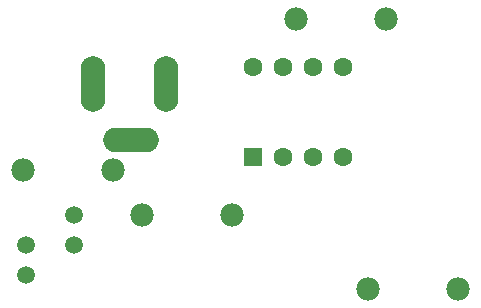
<source format=gbs>
G04 Layer: BottomSolderMaskLayer*
G04 EasyEDA v6.5.44, 2024-07-21 16:24:13*
G04 9c1bdb26fcb24e138229f6b6421db46a,10*
G04 Gerber Generator version 0.2*
G04 Scale: 100 percent, Rotated: No, Reflected: No *
G04 Dimensions in millimeters *
G04 leading zeros omitted , absolute positions ,4 integer and 5 decimal *
%FSLAX45Y45*%
%MOMM*%

%AMMACRO1*4,1,8,-0.7711,-0.8009,-0.8009,-0.7709,-0.8009,0.7711,-0.7711,0.8009,0.7709,0.8009,0.8009,0.7711,0.8009,-0.7709,0.7709,-0.8009,-0.7711,-0.8009,0*%
%ADD10O,2.101596X4.701590799999999*%
%ADD11O,4.701590799999999X2.101596*%
%ADD12C,1.5016*%
%ADD13C,1.9812*%
%ADD14MACRO1*%
%ADD15C,1.6016*%

%LPD*%
D10*
G01*
X2176881Y5353088D03*
G01*
X1556918Y5353113D03*
D11*
G01*
X1876907Y4883086D03*
D12*
G01*
X990600Y3987800D03*
G01*
X990600Y3733800D03*
G01*
X1397000Y4241800D03*
G01*
X1397000Y3987800D03*
D13*
G01*
X3276600Y5905500D03*
G01*
X4038600Y5905500D03*
G01*
X1968500Y4241800D03*
G01*
X2730500Y4241800D03*
G01*
X3886200Y3619500D03*
G01*
X4648200Y3619500D03*
G01*
X1727200Y4622800D03*
G01*
X965200Y4622800D03*
D14*
G01*
X2908300Y4737100D03*
D15*
G01*
X3162300Y4737100D03*
G01*
X3416300Y4737100D03*
G01*
X3670300Y4737100D03*
G01*
X2908300Y5499100D03*
G01*
X3162300Y5499100D03*
G01*
X3416300Y5499100D03*
G01*
X3670300Y5499100D03*
M02*

</source>
